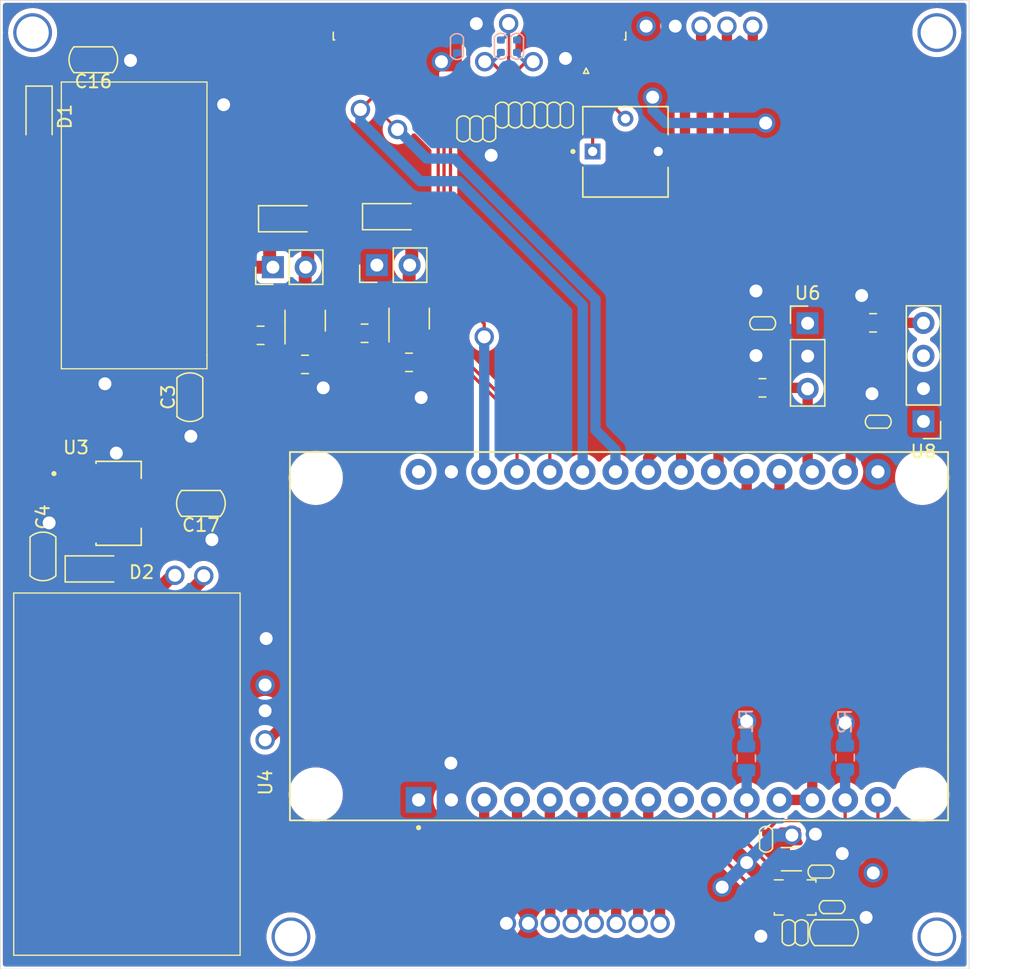
<source format=kicad_pcb>
(kicad_pcb (version 20221018) (generator pcbnew)
  (title_block (title "странный кубик") (date "2023-06-22") (company "НТЦ Вулкан") (comment 1 "Странные игры") (comment 2 "Круглов В.С."))
  (layers (0 "F.Cu" signal) (31 "B.Cu" signal) (34 "B.Paste" user) (35 "F.Paste" user) (36 "B.SilkS" user "B.Silkscreen") (37 "F.SilkS" user "F.Silkscreen") (38 "B.Mask" user) (39 "F.Mask" user) (44 "Edge.Cuts" user))
  (net 0 "")
  (net 1 "Net-(J1-CAP1-)")
  (net 2 "GND")
  (net 3 "Net-(J1-CAP5+)")
  (net 4 "Net-(J1-CAP2-)")
  (net 5 "Net-(J1-CAP2+)")
  (net 6 "Net-(J1-CAP4+)")
  (net 7 "Net-(J1-V3)")
  (net 8 "Net-(J1-V1)")
  (net 9 "Net-(J1-Vout)")
  (net 10 "Net-(J1-CAP3+)")
  (net 11 "+BATT")
  (net 12 "Net-(J1-CAP1+)")
  (net 13 "Net-(J1-V4)")
  (net 14 "Net-(J1-V2)")
  (net 15 "Net-(J1-V0)")
  (net 16 "Net-(J1-VR)")
  (net 18 "+3V3")
  (net 19 "-BATT")
  (net 20 "Net-(D4-A)")
  (net 21 "SDA")
  (net 22 "{slash}cs")
  (net 23 "B1")
  (net 24 "B2")
  (net 25 "BOut1")
  (net 26 "BOut2")
  (net 27 "VDC")
  (net 28 "SCL")
  (net 29 "+12V")
  (net 30 "Bin1")
  (net 31 "MOSI")
  (net 32 "Luminodiodes")
  (net 33 "Net-(Q3-G)")
  (net 34 "A0")
  (net 35 "PhotoSensor")
  (net 36 "Door")
  (net 37 "VibrationMotor")
  (net 38 "INT2")
  (net 39 "INT1")
  (net 47 "Bin2")
  (net 48 "Bin3")
  (net 49 "CLK")
  (net 51 "{slash}res")
  (net 52 "Net-(D3-A)")
  (net 53 "Net-(Q1-G)")
  (net 54 "GasSensor")
  (net 55 "VibrationSensor")
  (net 56 "BOut3")
  (footprint "PCM_Capacitor_SMD_AKL:C_0402_1005Metric" (layer "F.Cu") (at 243.196 83.92 -90)
    (fp_text reference "C22" hide)
    (fp_text value "C_Generic" hide)
  )
  (footprint "PCM_Capacitor_SMD_AKL:C_0402_1005Metric" (layer "F.Cu") (at 247.196 83.92 90)
    (fp_text reference "C15" hide)
    (fp_text value "C_Generic" hide)
  )
  (footprint "Connector_PinHeader_2.54mm:PinHeader_1x03_P2.54mm_Vertical" (layer "F.Cu") (at 266.846 100.04)
    (fp_text reference "U6")
    (fp_text value "vibrating_sensor")
  )
  (footprint "PCM_Capacitor_SMD_AKL:C_0402_1005Metric" (layer "F.Cu") (at 240.196 84.99 -90)
    (fp_text reference "C23" hide)
    (fp_text value "C_Generic" hide)
  )
  (footprint "SnapEDA Library:TRIM_3362P-1-203LF" (layer "F.Cu") (at 252.7405 86.74)
    (fp_text reference "RV1" hide)
    (fp_text value "R_Potentiometer")
  )
  (footprint "Package_TO_SOT_SMD:SOT-23-3" (layer "F.Cu") (at 235.996 99.6775 90)
    (fp_text reference "Q3" hide)
    (fp_text value "Si2302A" hide)
  )
  (footprint "PCM_Capacitor_SMD_AKL:C_0402_1005Metric" (layer "F.Cu") (at 242.196 84.99 -90)
    (fp_text reference "C21" hide)
    (fp_text value "C_Generic" hide)
  )
  (footprint "Connector_PinHeader_2.54mm:PinHeader_1x02_P2.54mm_Vertical" (layer "F.Cu") (at 233.496 95.54 90)
    (fp_text reference "M1" hide)
    (fp_text value "Motor_DC" hide)
  )
  (footprint "Diode_SMD:D_SMF" (layer "F.Cu") (at 226.696 91.95)
    (fp_text reference "D3" hide)
    (fp_text value "S07B-GS08" hide)
  )
  (footprint "Package_LGA:LGA-14_3x2.5mm_P0.5mm_LayoutBorder3x4y" (layer "F.Cu") (at 265.876 144.490266)
    (fp_text reference "U7" hide)
    (fp_text value "LSM6DS3" hide)
  )
  (footprint "PCM_Capacitor_SMD_AKL:C_0805_2012Metric" (layer "F.Cu") (at 268.876 147.220266 180)
    (fp_text reference "C32" hide)
    (fp_text value "C_Generic" hide)
  )
  (footprint "PCM_Capacitor_SMD_AKL:C_0402_1005Metric" (layer "F.Cu") (at 265.376 147.220266 90)
    (fp_text reference "C44" hide)
    (fp_text value "C_Generic" hide)
  )
  (footprint "PCM_Capacitor_SMD_AKL:C_0402_1005Metric" (layer "F.Cu") (at 248.196 83.92 90)
    (fp_text reference "C13" hide)
    (fp_text value "C_Generic" hide)
  )
  (footprint "PCM_Capacitor_SMD_AKL:C_0402_1005Metric" (layer "F.Cu") (at 245.196 83.92 90)
    (fp_text reference "C14" hide)
    (fp_text value "C_Generic" hide)
  )
  (footprint "SnapEDA Library:charge_controller_module_tp4056" (layer "F.Cu") (at 222.1978 121.940003 180)
    (fp_text reference "U1" hide)
    (fp_text value "charge controller")
  )
  (footprint "PCM_Capacitor_SMD_AKL:C_0805_2012Metric" (layer "F.Cu") (at 219.019646 105.762796 90)
    (fp_text reference "C3")
    (fp_text value "C_Generic" hide)
  )
  (footprint "Connector_PinHeader_2.54mm:PinHeader_1x02_P2.54mm_Vertical" (layer "F.Cu") (at 225.446 95.7 90)
    (fp_text reference "L1" hide)
    (fp_text value "L_Iron" hide)
  )
  (footprint "PCM_Capacitor_SMD_AKL:C_0402_1005Metric" (layer "F.Cu") (at 244.196 83.92 90)
    (fp_text reference "C11" hide)
    (fp_text value "C_Generic" hide)
  )
  (footprint "PCM_4ms_Resistor:R_0805_2012Metric" (layer "F.Cu") (at 232.546 100.815 180)
    (fp_text reference "R17" hide)
    (fp_text value "330_0805" hide)
  )
  (footprint "PCM_Capacitor_SMD_AKL:C_0402_1005Metric" (layer "F.Cu") (at 263.366 100.04)
    (fp_text reference "C36" hide)
    (fp_text value "C_Generic" hide)
  )
  (footprint "Diode_SMD:D_SMF" (layer "F.Cu") (at 207.346 84.04 -90)
    (fp_text reference "D1")
    (fp_text value "S07B-GS08")
  )
  (footprint "PCM_Capacitor_SMD_AKL:C_0402_1005Metric" (layer "F.Cu") (at 266.376 147.220266 -90)
    (fp_text reference "C34" hide)
    (fp_text value "C_Generic" hide)
  )
  (footprint "PCM_Capacitor_SMD_AKL:C_0805_2012Metric" (layer "F.Cu") (at 211.546 79.64 180)
    (fp_text reference "C16")
    (fp_text value "C_Generic" hide)
  )
  (footprint "PCM_Capacitor_SMD_AKL:C_0402_1005Metric" (layer "F.Cu") (at 267.876 142.490266 180)
    (fp_text reference "C47" hide)
    (fp_text value "C_Generic" hide)
  )
  (footprint "PCM_Capacitor_SMD_AKL:C_0805_2012Metric" (layer "F.Cu") (at 219.874634 113.986023 180)
    (fp_text reference "C17")
    (fp_text value "C_Generic" hide)
  )
  (footprint "PCM_4ms_Resistor:R_0805_2012Metric" (layer "F.Cu") (at 224.496 100.975 180)
    (fp_text reference "R15" hide)
    (fp_text value "330_0805" hide)
  )
  (footprint "SnapEDA Library:MODULE_ESP32_DEVKIT_V1" (layer "F.Cu") (at 252.241 124.24 90)
    (fp_text reference "U4")
    (fp_text value "ESP32-DEVKIT-V1")
  )
  (footprint "PCM_4ms_Resistor:R_0805_2012Metric" (layer "F.Cu") (at 235.9835 103.065 180)
    (fp_text reference "R18" hide)
    (fp_text value "10k_0805" hide)
  )
  (footprint "Connector_FFC-FPC:TE_3-1734839-4_1x34-1MP_P0.5mm_Horizontal" (layer "F.Cu") (at 241.446 80.142998 180)
    (fp_text reference "J1" hide)
    (fp_text value "Display")
  )
  (footprint "PCM_Capacitor_SMD_AKL:C_0805_2012Metric" (layer "F.Cu") (at 207.646 118.09 -90)
    (fp_text reference "C4")
    (fp_text value "C_Generic" hide)
  )
  (footprint "PCM_Capacitor_SMD_AKL:C_0402_1005Metric" (layer "F.Cu") (at 263.626 139.990266 -90)
    (fp_text reference "C1" hide)
    (fp_text value "C_Generic" hide)
  )
  (footprint "Connector_PinHeader_2.54mm:PinHeader_1x04_P2.54mm_Vertical" (layer "F.Cu") (at 275.811261 107.64 180)
    (fp_text reference "U8")
    (fp_text value "MQ-135 gas sensor")
  )
  (footprint "PCM_4ms_Resistor:R_0805_2012Metric" (layer "F.Cu") (at 263.346 105.04)
    (fp_text reference "R29" hide)
    (fp_text value "10k_0805" hide)
  )
  (footprint "SnapEDA Library:CKCS BS-01 MT-3608 Boost Converter" (layer "F.Cu") (at 209.372946 103.512596)
    (fp_text reference "U2" hide)
    (fp_text value "boost converter" hide)
  )
  (footprint "SnapEDA Library:SOT230P700X180-4N" (layer "F.Cu") (at 213.505 113.98)
    (fp_text reference "U3")
    (fp_text value "LDL1117S33R" hide)
  )
  (footprint "PCM_Capacitor_SMD_AKL:C_0402_1005Metric" (layer "F.Cu") (at 241.196 84.99 -90)
    (fp_text reference "C18" hide)
    (fp_text value "C_Generic" hide)
  )
  (footprint "Diode_SMD:D_SMF" (layer "F.Cu") (at 234.746 91.79)
    (fp_text reference "D4" hide)
    (fp_text value "S07B-GS08" hide)
  )
  (footprint "PCM_4ms_Resistor:R_0805_2012Metric" (layer "F.Cu") (at 227.9335 103.225 180)
    (fp_text reference "R16" hide)
    (fp_text value "10k_0805" hide)
  )
  (footprint "Package_TO_SOT_SMD:SOT-23-3" (layer "F.Cu") (at 227.946 99.8375 90)
    (fp_text reference "Q1" hide)
    (fp_text value "Si2302A" hide)
  )
  (footprint "PCM_4ms_Resistor:R_0805_2012Metric" (layer "F.Cu") (at 271.911261 100.008023)
    (fp_text reference "R36" hide)
    (fp_text value "10k_0805" hide)
  )
  (footprint "PCM_Capacitor_SMD_AKL:C_0402_1005Metric" (layer "F.Cu") (at 268.744023 145.240266 180)
    (fp_text reference "C41" hide)
    (fp_text value "C_Generic" hide)
  )
  (footprint "Diode_SMD:D_SMF" (layer "F.Cu") (at 211.727 119.06)
    (fp_text reference "D2")
    (fp_text value "S07B-GS08" hide)
  )
  (footprint "PCM_Capacitor_SMD_AKL:C_0402_1005Metric" (layer "F.Cu") (at 246.196 83.92 90)
    (fp_text reference "C12" hide)
    (fp_text value "C_Generic" hide)
  )
  (footprint "PCM_Capacitor_SMD_AKL:C_0402_1005Metric" (layer "F.Cu") (at 272.311261 107.66)
    (fp_text reference "C48" hide)
    (fp_text value "C_Generic" hide)
  )
  (footprint "Package_TO_SOT_SMD:SOT-563" (layer "F.Cu") (at 265.462046 141.53006 180)
    (fp_text reference "U5" hide)
    (fp_text value "TMP112xxDRL" hide)
  )
  (footprint "PCM_4ms_Resistor:R_0805_2012Metric" (layer "B.Cu") (at 269.744023 133.662037 90)
    (fp_text reference "R2")
    (fp_text value "10k_0805" hide)
  )
  (footprint "PCM_Capacitor_SMD_AKL:C_0402_1005Metric" (layer "B.Cu") (at 243.096 78.592998 90)
    (fp_text reference "C19" hide)
    (fp_text value "C_Generic" hide)
  )
  (footprint "PCM_Capacitor_SMD_AKL:C_0402_1005Metric" (layer "B.Cu") (at 244.346 78.592998 90)
    (fp_text reference "C20" hide)
    (fp_text value "C_Generic" hide)
  )
  (footprint "PCM_4ms_Resistor:R_0805_2012Metric" (layer "B.Cu") (at 262.094023 133.712037 90)
    (fp_text reference "R1")
    (fp_text value "10k_0805" hide)
  )
  (footprint "PCM_Capacitor_SMD_AKL:C_0402_1005Metric" (layer "B.Cu") (at 239.696 78.622998 -90)
    (fp_text reference "C42" hide)
    (fp_text value "C_Generic" hide)
  )
  (gr_rect (start 204.346 75.04) (end 279.346 150.04) (stroke (width 0.05)) (fill none) (layer "Edge.Cuts"))
  (via (at 276.846 147.54) (size 3) (drill 2.5) (layers "F.Cu" "B.Cu") (net 0))
  (via (at 276.846 77.54) (size 3) (drill 2.5) (layers "F.Cu" "B.Cu") (net 0))
  (via (at 206.846 77.54) (size 3) (drill 2.5) (layers "F.Cu" "B.Cu") (net 0))
  (via (at 226.846 147.54) (size 3) (drill 2.5) (layers "F.Cu" "B.Cu") (net 0))
  (segment (start 243.196 84.4) (end 243.188391 84.4) (width 0.25) (layer "F.Cu") (net 1))
  (segment (start 242.196 83.407609) (end 242.196 81.492998) (width 0.25) (layer "F.Cu") (net 1))
  (segment (start 243.196 84.477609) (end 242.203609 85.47) (width 0.25) (layer "F.Cu") (net 1))
  (segment (start 243.188391 84.4) (end 242.196 83.407609) (width 0.25) (layer "F.Cu") (net 1))
  (segment (start 242.203609 85.47) (end 242.196 85.47) (width 0.25) (layer "F.Cu") (net 1))
  (segment (start 243.196 84.4) (end 243.196 84.477609) (width 0.25) (layer "F.Cu") (net 1))
  (segment (start 242.196 85.47) (end 241.196 85.47) (width 0.25) (layer "F.Cu") (net 1))
  (segment (start 236.921 105.787998) (end 236.921 103.065) (width 1) (layer "F.Cu") (net 2))
  (segment (start 263.226 147.492998) (end 263.433268 147.700266) (width 0.25) (layer "F.Cu") (net 2))
  (segment (start 263.626 139.510266) (end 263.626 139.392998) (width 0.25) (layer "F.Cu") (net 2))
  (segment (start 212.705786 104.724053) (end 214.700969 102.72887) (width 1) (layer "F.Cu") (net 2))
  (segment (start 239.366 110.66786) (end 239.366 109.56) (width 1) (layer "F.Cu") (net 2))
  (segment (start 228.896 102.54) (end 228.896 103.2) (width 1) (layer "F.Cu") (net 2))
  (segment (start 269.523756 145.54) (end 269.323581 145.339825) (width 1) (layer "F.Cu") (net 2))
  (segment (start 266.977726 146.04) (end 269.126 146.04) (width 0.2) (layer "F.Cu") (net 2))
  (segment (start 248.422499 82.367998) (end 248.721 82.367998) (width 0.25) (layer "F.Cu") (net 2))
  (segment (start 262.846 100.02) (end 262.866 100.04) (width 1) (layer "F.Cu") (net 2))
  (segment (start 271.811261 105.507737) (end 271.811261 107.66) (width 1) (layer "F.Cu") (net 2))
  (segment (start 248.196 81.492998) (end 248.196 82.141499) (width 0.25) (layer "F.Cu") (net 2))
  (segment (start 248.721 82.367998) (end 248.696 82.342998) (width 0.25) (layer "F.Cu") (net 2))
  (segment (start 248.696 82.342998) (end 248.696 81.492998) (width 0.25) (layer "F.Cu") (net 2))
  (segment (start 248.196 81.492998) (end 248.196 79.64) (width 0.25) (layer "F.Cu") (net 2))
  (segment (start 236.926 105.792998) (end 236.921 105.787998) (width 1) (layer "F.Cu") (net 2))
  (segment (start 266.376 145.438274) (end 266.977726 146.04) (width 0.2) (layer "F.Cu") (net 2))
  (segment (start 269.126 145.338289) (end 269.224023 145.240266) (width 0.2) (layer "F.Cu") (net 2))
  (segment (start 236.926 107.12) (end 236.926 105.792998) (width 1) (layer "F.Cu") (net 2))
  (segment (start 239.366 109.56) (end 236.926 107.12) (width 1) (layer "F.Cu") (net 2))
  (segment (start 262.846 97.54) (end 262.846 100.02) (width 1) (layer "F.Cu") (net 2))
  (segment (start 221.6285 83.115446) (end 221.6335 83.120446) (width 1) (layer "F.Cu") (net 2))
  (segment (start 263.433268 147.700266) (end 265.376 147.700266) (width 0.25) (layer "F.Cu") (net 2))
  (segment (start 262.346 103.04) (end 262.346 104.249502) (width 1) (layer "F.Cu") (net 2))
  (segment (start 220.846 116.672998) (end 220.726 116.792998) (width 1) (layer "F.Cu") (net 2))
  (segment (start 228.871 103.225) (end 228.871 102.565) (width 1) (layer "F.Cu") (net 2))
  (segment (start 239.226 134.092998) (end 239.226 136.75857) (width 1) (layer "F.Cu") (net 2))
  (segment (start 269.126 146.04) (end 269.126 146.520266) (width 0.2) (layer "F.Cu") (net 2))
  (segment (start 242.346 87.04) (end 241.766 87.04) (width 0.2) (layer "F.Cu") (net 2))
  (segment (start 212.446 104.724053) (end 212.705786 104.724053) (width 1) (layer "F.Cu") (net 2))
  (segment (start 228.871 102.565) (end 228.896 102.54) (width 1) (layer "F.Cu") (net 2))
  (segment (start 266.393002 138.54) (end 267.446 139.592998) (width 0.25) (layer "F.Cu") (net 2))
  (segment (start 212.548998 79.692998) (end 212.496 79.64) (width 1) (layer "F.Cu") (net 2))
  (segment (start 271.826 105.492998) (end 271.811261 105.507737) (width 1) (layer "F.Cu") (net 2))
  (segment (start 221.964325 124.482407) (end 224.893325 124.482407) (width 1) (layer "F.Cu") (net 2))
  (segment (start 208.126 115.492998) (end 207.646 115.972998) (width 1) (layer "F.Cu") (net 2))
  (segment (start 248.196 79.64) (end 248.096 79.54) (width 0.25) (layer "F.Cu") (net 2))
  (segment (start 236.946 100.815) (end 236.946 103.04) (width 1) (layer "F.Cu") (net 2))
  (segment (start 269.126 146.04) (end 269.126 145.338289) (width 0.2) (layer "F.Cu") (net 2))
  (segment (start 262.846 102.54) (end 262.346 103.04) (width 1) (layer "F.Cu") (net 2))
  (segment (start 269.526 141.092998) (end 268.356 142.262998) (width 0.25) (layer "F.Cu") (net 2))
  (segment (start 236.946 103.04) (end 236.921 103.065) (width 1) (layer "F.Cu") (net 2))
  (segment (start 240.196 80.648303) (end 240.196 81.492998) (width 0.25) (layer "F.Cu") (net 2))
  (segment (start 271.373002 146.04) (end 270.192736 147.220266) (width 1) (layer "F.Cu") (net 2))
  (segment (start 241.766 87.04) (end 240.196 85.47) (width 0.2) (layer "F.Cu") (net 2))
  (segment (start 266.376 145.402766) (end 266.376 145.438274) (width 0.2) (layer "F.Cu") (net 2))
  (segment (start 267.446 139.592998) (end 267.446 140.865066) (width 0.2) (layer "F.Cu") (net 2))
  (segment (start 265.876 145.402766) (end 266.376 145.402766) (width 0.2) (layer "F.Cu") (net 2))
  (segment (start 271.373002 146.04) (end 270.873002 145.54) (width 1) (layer "F.Cu") (net 2))
  (segment (start 268.356 142.262998) (end 268.356 142.490266) (width 0.25) (layer "F.Cu") (net 2))
  (segment (start 229.346 105.04) (end 229.346 103.7) (width 1) (layer "F.Cu") (net 2))
  (segment (start 240.596 80.248303) (end 240.196 80.648303) (width 0.25) (layer "F.Cu") (net 2))
  (segment (start 264.478998 138.54) (end 266.393002 138.54) (width 0.25) (layer "F.Cu") (net 2))
  (segment (start 212.077002 110.092998) (end 210.49 111.68) (width 1) (layer "F.Cu") (net 2))
  (segment (start 248.196 81.492998) (end 248.696 81.492998) (width 0.25) (layer "F.Cu") (net 2))
  (segment (start 249.621 82.367998) (end 248.721 82.367998) (width 0.25) (layer "F.Cu") (net 2))
  (segment (start 266.781006 141.53006) (end 266.212046 141.53006) (width 0.2) (layer "F.Cu") (net 2))
  (segment (start 267.446 140.865066) (end 266.781006 141.53006) (width 0.2) (layer "F.Cu") (net 2))
  (segment (start 248.696 81.492998) (end 248.696 80.14) (width 0.25) (layer "F.Cu") (net 2))
  (segment (start 219.896 83.115446) (end 221.6285 83.115446) (width 1) (layer "F.Cu") (net 2))
  (segment (start 240.596 77.442998) (end 240.596 80.248303) (width 0.25) (layer "F.Cu") (net 2))
  (segment (start 220.846 114.24625) (end 220.846 116.672998) (width 1) (layer "F.Cu") (net 2))
  (segment (start 207.646 115.972998) (end 207.646 117.14) (width 1) (layer "F.Cu") (net 2))
  (segment (start 249.696 82.292998) (end 249.621 82.367998) (width 0.25) (layer "F.Cu") (net 2))
  (segment (start 219.019646 108.713646) (end 219.019646 106.712796) (width 1) (layer "F.Cu") (net 2))
  (segment (start 228.896 103.2) (end 228.871 103.225) (width 1) (layer "F.Cu") (net 2))
  (segment (start 270.873002 145.54) (end 269.523756 145.54) (width 1) (layer "F.Cu") (net 2))
  (segment (start 248.696 80.14) (end 248.096 79.54) (width 0.25) (layer "F.Cu") (net 2))
  (segment (start 228.896 100.975) (end 228.896 102.54) (width 1) (layer "F.Cu") (net 2))
  (segment (start 263.433268 147.700266) (end 266.376 147.700266) (width 0.25) (layer "F.Cu") (net 2))
  (segment (start 214.426 79.692998) (end 212.548998 79.692998) (width 1) (layer "F.Cu") (net 2))
  (segment (start 229.346 103.7) (end 228.871 103.225) (width 1) (layer "F.Cu") (net 2))
  (segment (start 270.192736 147.220266) (end 269.826 147.220266) (width 1) (layer "F.Cu") (net 2))
  (segment (start 263.626 139.392998) (end 264.478998 138.54) (width 0.25) (layer "F.Cu") (net 2))
  (segment (start 271.026 97.892998) (end 270.973761 97.945237) (width 1) (layer "F.Cu") (net 2))
  (segment (start 270.973761 97.945237) (end 270.973761 100.008023) (width 1) (layer "F.Cu") (net 2))
  (segment (start 213.326 110.092998) (end 212.077002 110.092998) (width 1) (layer "F.Cu") (net 2))
  (segment (start 248.196 82.141499) (end 248.422499 82.367998) (width 0.25) (layer "F.Cu") (net 2))
  (segment (start 219.096 108.79) (end 219.019646 108.713646) (width 1) (layer "F.Cu") (net 2))
  (segment (start 249.696 81.492998) (end 249.696 82.292998) (width 0.25) (layer "F.Cu") (net 2))
  (segment (start 241.196 76.842998) (end 240.596 77.442998) (width 0.25) (layer "F.Cu") (net 2))
  (segment (start 269.126 146.520266) (end 269.826 147.220266) (width 0.2) (layer "F.Cu") (net 2))
  (via (at 269.526 141.092998) (size 1.5) (drill 1) (layers "F.Cu" "B.Cu") (net 2))
  (via (at 271.826 105.492998) (size 1.5) (drill 1) (layers "F.Cu" "B.Cu") (net 2))
  (via (at 220.726 116.792998) (size 1.5) (drill 1) (layers "F.Cu" "B.Cu") (net 2))
  (via (at 262.846 102.54) (size 1.5) (drill 1) (layers "F.Cu" "B.Cu") (net 2))
  (via (at 208.126 115.492998) (size 1.5) (drill 1) (layers "F.Cu" "B.Cu") (net 2))
  (via (at 271.373002 146.04) (size 1.5) (drill 1) (layers "F.Cu" "B.Cu") (net 2))
  (via (at 256.597491 77.04) (size 1.5) (drill 1) (layers "F.Cu" "B.Cu") (net 2))
  (via (at 248.096 79.54) (size 1.5) (drill 1) (layers "F.Cu" "B.Cu") (net 2))
  (via (at 242.346 87.04) (size 1.5) (drill 1) (layers "F.Cu" "B.Cu") (net 2))
  (via (at 219.096 108.79) (size 1.5) (drill 1) (layers "F.Cu" "B.Cu") (net 2))
  (via (at 224.846 130.04) (size 1.5) (drill 1) (layers "F.Cu" "B.Cu") (net 2))
  (via (at 241.196 76.842998) (size 1.5) (drill 1) (layers "F.Cu" "B.Cu") (net 2))
  (via (at 214.426 79.692998) (size 1.5) (drill 1) (layers "F.Cu" "B.Cu") (net 2))
  (via (at 236.926 105.792998) (size 1.5) (drill 1) (layers "F.Cu" "B.Cu") (net 2))
  (via (at 262.846 97.54) (size 1.5) (drill 1) (layers "F.Cu" "B.Cu") (net 2))
  (via (at 229.346 105.04) (size 1.5) (drill 1) (layers "F.Cu" "B.Cu") (net 2))
  (via (at 267.446 139.592998) (size 1.5) (drill 1) (layers "F.Cu" "B.Cu") (net 2))
  (via (at 224.928525 124.447207) (size 1.5) (drill 1) (layers "F.Cu" "B.Cu") (net 2))
  (via (at 239.226 134.092998) (size 1.5) (drill 1) (layers "F.Cu" "B.Cu") (net 2))
  (via (at 271.026 97.892998) (size 1.5) (drill 1) (layers "F.Cu" "B.Cu") (net 2))
  (via (at 263.226 147.492998) (size 1.5) (drill 1) (layers "F.Cu" "B.Cu") (net 2))
  (via (at 221.6335 83.120446) (size 1.5) (drill 1) (layers "F.Cu" "B.Cu") (net 2))
  (via (at 243.526 146.492998) (size 1.5) (drill 1) (layers "F.Cu" "B.Cu") (net 2))
  (via (at 212.446 104.724053) (size 1.5) (drill 1) (layers "F.Cu" "B.Cu") (net 2))
  (via (at 213.326 110.092998) (size 1.5) (drill 1) (layers "F.Cu" "B.Cu") (net 2))
  (segment (start 239.696 78.142998) (end 239.896 78.142998) (width 0.2) (layer "B.Cu") (net 2))
  (segment (start 239.896 78.142998) (end 241.196 76.842998) (width 0.2) (layer "B.Cu") (net 2))
  (segment (start 241.196 84.262998) (end 241.196 81.492998) (width 0.25) (layer "F.Cu") (net 3))
  (segment (start 243.696 76.842998) (end 243.696 81.492998) (width 0.25) (layer "F.Cu") (net 4))
  (via (at 243.696 76.842998) (size 1.5) (drill 1) (layers "F.Cu" "B.Cu") (net 4))
  (segment (start 243.696 77.612998) (end 243.196 78.112998) (width 0.25) (layer "B.Cu") (net 4))
  (segment (start 243.696 76.842998) (end 243.696 77.612998) (width 0.25) (layer "B.Cu") (net 4))
  (segment (start 241.846 79.79) (end 242.343002 79.79) (width 0.25) (layer "F.Cu") (net 5))
  (segment (start 242.343002 79.79) (end 243.196 80.642998) (width 0.25) (layer "F.Cu") (net 5))
  (segment (start 243.196 80.642998) (end 243.196 81.492998) (width 0.25) (layer "F.Cu") (net 5))
  (via (at 241.846 79.79) (size 1.5) (drill 1) (layers "F.Cu" "B.Cu") (net 5))
  (segment (start 242.478998 79.79) (end 243.196 79.072998) (width 0.25) (layer "B.Cu") (net 5))
  (segment (start 241.846 79.79) (end 242.478998 79.79) (width 0.25) (layer "B.Cu") (net 5))
  (segment (start 244.196 80.642998) (end 244.196 81.492998) (width 0.25) (layer "F.Cu") (net 6))
  (segment (start 245.596 79.79) (end 245.048998 79.79) (width 0.25) (layer "F.Cu") (net 6))
  (segment (start 245.048998 79.79) (end 244.196 80.642998) (width 0.25) (layer "F.Cu") (net 6))
  (via (at 245.596 79.79) (size 1.5) (drill 1) (layers "F.Cu" "B.Cu") (net 6))
  (segment (start 245.596 79.79) (end 244.913002 79.79) (width 0.25) (layer "B.Cu") (net 6))
  (segment (start 244.913002 79.79) (end 244.196 79.072998) (width 0.25) (layer "B.Cu") (net 6))
  (segment (start 245.696 82.692998) (end 245.696 81.492998) (width 0.25) (layer "F.Cu") (net 7))
  (segment (start 245.196 83.192998) (end 245.696 82.692998) (width 0.25) (layer "F.Cu") (net 7))
  (segment (start 247.196 83.192998) (end 246.696 82.692998) (width 0.2) (layer "F.Cu") (net 8))
  (segment (start 246.696 82.692998) (end 246.696 81.492998) (width 0.2) (layer "F.Cu") (net 8))
  (segment (start 240.196 84.04) (end 240.696 83.54) (width 0.25) (layer "F.Cu") (net 9))
  (segment (start 240.696 83.54) (end 240.696 81.492998) (width 0.25) (layer "F.Cu") (net 9))
  (segment (start 240.196 84.51) (end 240.196 84.04) (width 0.25) (layer "F.Cu") (net 9))
  (segment (start 241.696 83.544005) (end 241.696 81.492998) (width 0.25) (layer "F.Cu") (net 10))
  (segment (start 242.196 84.044005) (end 241.696 83.544005) (width 0.25) (layer "F.Cu") (net 10))
  (segment (start 242.196 84.51) (end 242.196 84.044005) (width 0.25) (layer "F.Cu") (net 10))
  (segment (start 212.3608 124.8752) (end 211.162997 124.8752) (width 1) (layer "F.Cu") (net 11))
  (segment (start 217.683084 119.552916) (end 212.3608 124.8752) (width 1) (layer "F.Cu") (net 11))
  (segment (start 217.858916 119.552916) (end 217.683084 119.552916) (width 1) (layer "F.Cu") (net 11))
  (segment (start 211.162997 124.8752) (end 210.7678 124.480003) (width 1) (layer "F.Cu") (net 11))
  (via (at 217.858916 119.552916) (size 1.5) (drill 1) (layers "F.Cu" "B.Cu") (net 11))
  (segment (start 242.696 82.692998) (end 242.696 81.492998) (width 0.25) (layer "F.Cu") (net 12))
  (segment (start 243.196 83.192998) (end 242.696 82.692998) (width 0.25) (layer "F.Cu") (net 12))
  (segment (start 245.196 82.192998) (end 245.196 81.492998) (width 0.25) (layer "F.Cu") (net 13))
  (segment (start 244.196 83.192998) (end 245.196 82.192998) (width 0.25) (layer "F.Cu") (net 13))
  (segment (start 246.196 81.492998) (end 246.196 83.162998) (width 0.2) (layer "F.Cu") (net 14))
  (segment (start 248.203609 83.44) (end 250.2005 85.436891) (width 0.25) (layer "F.Cu") (net 15))
  (segment (start 247.196 82.4555) (end 247.196 81.492998) (width 0.25) (layer "F.Cu") (net 15))
  (segment (start 248.196 83.44) (end 248.203609 83.44) (width 0.25) (layer "F.Cu") (net 15))
  (segment (start 248.196 83.44) (end 248.1805 83.44) (width 0.25) (layer "F.Cu") (net 15))
  (segment (start 250.2005 85.436891) (end 250.2005 86.74) (width 0.25) (layer "F.Cu") (net 15))
  (segment (start 248.1805 83.44) (end 247.196 82.4555) (width 0.25) (layer "F.Cu") (net 15))
  (segment (start 247.696 82.292998) (end 248.238002 82.835) (width 0.25) (layer "F.Cu") (net 16))
  (segment (start 251.3755 82.835) (end 252.7405 84.2) (width 0.25) (layer "F.Cu") (net 16))
  (segment (start 247.696 81.492998) (end 247.696 82.292998) (width 0.25) (layer "F.Cu") (net 16))
  (segment (start 248.238002 82.835) (end 251.3755 82.835) (width 0.25) (layer "F.Cu") (net 16))
  (segment (start 263.359501 143.026499) (end 262.126 141.792998) (width 0.2) (layer "F.Cu") (net 18))
  (segment (start 268.264023 145.240266) (end 267.0385 145.240266) (width 0.25) (layer "F.Cu") (net 18))
  (segment (start 267.396 142.490266) (end 267.392637 142.490266) (width 0.25) (layer "F.Cu") (net 18))
  (segment (start 249.196 81.492998) (end 249.196 78.662998) (width 0.2) (layer "F.Cu") (net 18))
  (segment (start 263.626 141.114014) (end 264.042046 141.53006) (width 0.25) (layer "F.Cu") (net 18))
  (segment (start 266.376 146.740266) (end 265.376 146.740266) (width 0.25) (layer "F.Cu") (net 18))
  (segment (start 268.264023 145.240266) (end 268.264023 145.232657) (width 0.25) (layer "F.Cu") (net 18))
  (segment (start 216.617 113.98) (end 210.675 113.98) (width 1) (layer "F.Cu") (net 18))
  (segment (start 213.185 119.068) (end 213.177 119.06) (width 1) (layer "F.Cu") (net 18))
  (segment (start 244.196 84.4) (end 248.196 84.4) (width 0.2) (layer "F.Cu") (net 18))
  (segment (start 266.074008 144.240266) (end 266.376 143.938274) (width 0.2) (layer "F.Cu") (net 18))
  (segment (start 275.811261 107.64) (end 273.161261 107.64) (width 1) (layer "F.Cu") (net 18))
  (segment (start 216.617 115.62) (end 216.617 113.98) (width 1) (layer "F.Cu") (net 18))
  (segment (start 264.712046 141.03006) (end 264.712046 141.53006) (width 0.2) (layer "F.Cu") (net 18))
  (segment (start 264.573268 144.240266) (end 263.359501 143.026499) (width 0.2) (layer "F.Cu") (net 18))
  (segment (start 233.246 91.84) (end 233.296 91.79) (width 1) (layer "F.Cu") (net 18))
  (segment (start 250.818998 77.04) (end 254.346 77.04) (width 0.2) (layer "F.Cu") (net 18))
  (segment (start 239.696 80.642998) (end 238.846 79.792998) (width 0.25) (layer "F.Cu") (net 18))
  (segment (start 264.073268 143.740266) (end 263.359501 143.026499) (width 0.2) (layer "F.Cu") (net 18))
  (segment (start 264.042046 141.53006) (end 264.712046 141.53006) (width 0.25) (layer "F.Cu") (net 18))
  (segment (start 238.846 79.792998) (end 238.496 79.792998) (width 0.25) (layer "F.Cu") (net 18))
  (segment (start 268.264023 145.232657) (end 270.903682 142.592998) (width 0.25) (layer "F.Cu") (net 18))
  (segment (start 238.196 80.092998) (end 238.196 81.492998) (width 0.25) (layer "F.Cu") (net 18))
  (segment (start 266.376 146.740266) (end 267.446 146.740266) (width 0.25) (layer "F.Cu") (net 18))
  (segment (start 263.626 140.470266) (end 263.626 141.114014) (width 0.25) (layer "F.Cu") (net 18))
  (segment (start 266.846 100.04) (end 264.066 100.04) (width 1) (layer "F.Cu") (net 18))
  (segment (start 249.196 78.662998) (end 250.818998 77.04) (width 0.2) (layer "F.Cu") (net 18))
  (segment (start 265.376 146.740266) (end 265.376 145.402766) (width 0.25) (layer "F.Cu") (net 18))
  (segment (start 264.7135 144.240266) (end 264.573268 144.240266) (width 0.2) (layer "F.Cu") (net 18))
  (segment (start 216.526023 113.986023) (end 216.52 113.98) (width 1) (layer "F.Cu") (net 18))
  (segment (start 265.626 139.667498) (end 264.712046 140.581452) (width 0.2) (layer "F.Cu") (net 18))
  (segment (start 270.903682 142.592998) (end 271.926 142.592998) (width 0.25) (layer "F.Cu") (net 18))
  (segment (start 238.496 79.792998) (end 238.196 80.092998) (width 0.25) (layer "F.Cu") (net 18))
  (segment (start 264.7135 143.740266) (end 264.073268 143.740266) (width 0.2) (layer "F.Cu") (net 18))
  (segment (start 266.376 143.506903) (end 266.376 143.577766) (width 0.25) (layer "F.Cu") (net 18))
  (segment (start 234.696 81.492998) (end 238.196 81.492998) (width 0.2) (layer "F.Cu") (net 18))
  (segment (start 218.924634 113.986023) (end 216.526023 113.986023) (width 1) (layer "F.Cu") (net 18))
  (segment (start 267.446 146.740266) (end 267.926 147.220266) (width 0.25) (layer "F.Cu") (net 18))
  (segment (start 213.177 119.06) (end 216.617 115.62) (width 1) (layer "F.Cu") (net 18))
  (segment (start 233.246 95.29) (end 233.246 91.84) (width 1) (layer "F.Cu") (net 18))
  (segment (start 264.7135 144.240266) (end 266.074008 144.240266) (width 0.2) (layer "F.Cu") (net 18))
  (segment (start 266.376 143.938274) (end 266.376 143.577766) (width 0.2) (layer "F.Cu") (net 18))
  (segment (start 264.712046 140.581452) (end 264.712046 141.03006) (width 0.2) (layer "F.Cu") (net 18))
  (segment (start 267.392637 142.490266) (end 266.376 143.506903) (width 0.25) (layer "F.Cu") (net 18))
  (segment (start 233.496 95.54) (end 233.246 95.29) (width 1) (layer "F.Cu") (net 18))
  (segment (start 239.696 81.492998) (end 239.696 80.642998) (width 0.25) (layer "F.Cu") (net 18))
  (via (at 224.846 128.04) (size 1.5) (drill 1) (layers "F.Cu" "B.Cu") (net 18))
  (via (at 254.346 77.04) (size 1.5) (drill 1) (layers "F.Cu" "B.Cu") (net 18))
  (via (at 254.846 82.54) (size 1.5) (drill 1) (layers "F.Cu" "B.Cu") (net 18))
  (via (at 269.744023 130.970266) (size 1.5) (drill 1) (layers "F.Cu" "B.Cu") (net 18))
  (via (at 262.124023 130.84313) (size 1.5) (drill 1) (layers "F.Cu" "B.Cu") (net 18))
  (via (at 265.626 139.667498) (size 1.5) (drill 1) (layers "F.Cu" "B.Cu") (net 18))
  (via (at 262.126 141.792998) (size 1.5) (drill 1) (layers "F.Cu" "B.Cu") (net 18))
  (via (at 263.596 84.54) (size 1.5) (drill 1) (layers "F.Cu" "B.Cu") (net 18))
  (via (at 238.496 79.792998) (size 1.5) (drill 1) (layers "F.Cu" "B.Cu") (net 18))
  (via (at 271.926 142.592998) (size 1.5) (drill 1) (layers "F.Cu" "B.Cu") (net 18))
  (via (at 260.226 143.692998) (size 1.5) (drill 1) (layers "F.Cu" "B.Cu") (net 18))
  (via (at 245.225502 146.492998) (size 1.5) (drill 1) (layers "F.Cu" "B.Cu") (net 18))
  (segment (start 239.126 79.792998) (end 239.696 79.222998) (width 0.25) (layer "B.Cu") (net 18))
  (segment (start 254.846 83.54) (end 254.846 82.54) (width 0.8) (layer "B.Cu") (net 18))
  (segment (start 255.846 84.54) (end 254.846 83.54) (width 0.8) (layer "B.Cu") (net 18))
  (segment (start 264.2515 139.667498) (end 260.226 143.692998) (width 1) (layer "B.Cu") (net 18))
  (segment (start 262.124023 130.84313) (end 262.124023 132.597401) (width 1) (layer "B.Cu") (net 18))
  (segment (start 238.496 79.792998) (end 239.126 79.792998) (width 0.25) (layer "B.Cu") (net 18))
  (segment (start 265.626 139.667498) (end 264.2515 139.667498) (width 1) (layer "B.Cu") (net 18))
  (segment (start 263.596 84.54) (end 255.846 84.54) (width 0.8) (layer "B.Cu") (net 18))
  (segment (start 239.696 79.222998) (end 239.696 79.102998) (width 0.25) (layer "B.Cu") (net 18))
  (segment (start 269.744023 130.970266) (end 269.744023 132.724537) (width 1) (layer "B.Cu") (net 18))
  (segment (start 220.096 119.79) (end 217.6258 122.2602) (width 1) (layer "F.Cu") (net 19))
  (segment (start 220.096 119.59) (end 220.096 119.79) (width 1) (layer "F.Cu") (net 19))
  (segment (start 217.6258 122.2602) (end 217.6258 124.480003) (width 1) (layer "F.Cu") (net 19))
  (via (at 220.096 119.59) (size 1.5) (drill 1) (layers "F.Cu" "B.Cu") (net 19))
  (segment (start 235.996 95.58) (end 236.036 95.54) (width 1) (layer "F.Cu") (net 20))
  (segment (start 236.196 91.79) (end 236.196 95.38) (width 1) (layer "F.Cu") (net 20))
  (segment (start 235.996 98.54) (end 235.996 95.58) (width 1) (layer "F.Cu") (net 20))
  (segment (start 236.196 95.38) (end 236.036 95.54) (width 1) (layer "F.Cu") (net 20))
  (segment (start 263.90565 142.03006) (end 262.129023 140.253433) (width 0.25) (layer "F.Cu") (net 21))
  (segment (start 264.712046 142.03006) (end 265.376 142.694014) (width 0.25) (layer "F.Cu") (net 21))
  (segment (start 265.376 142.694014) (end 265.376 143.577766) (width 0.25) (layer "F.Cu") (net 21))
  (segment (start 264.712046 142.03006) (end 263.90565 142.03006) (width 0.25) (layer "F.Cu") (net 21))
  (segment (start 262.129023 140.253433) (end 262.129023 137.022083) (width 0.25) (layer "F.Cu") (net 21))
  (segment (start 262.126 134.681514) (end 262.094023 134.649537) (width 0.8) (layer "B.Cu") (net 21))
  (segment (start 262.126 136.94) (end 262.126 134.681514) (width 0.8) (layer "B.Cu") (net 21))
  (segment (start 233.196 82.522998) (end 233.196 81.492998) (width 0.25) (layer "F.Cu") (net 22))
  (segment (start 232.226 83.492998) (end 233.196 82.522998) (width 0.25) (layer "F.Cu") (net 22))
  (via (at 232.226 83.492998) (size 1.5) (drill 1) (layers "F.Cu" "B.Cu") (net 22))
  (segment (start 236.846 89.04) (end 239.846 89.04) (width 0.8) (layer "B.Cu") (net 22))
  (segment (start 249.426 98.62) (end 249.426 111.54) (width 0.8) (layer "B.Cu") (net 22))
  (segment (start 232.226 84.42) (end 236.846 89.04) (width 0.8) (layer "B.Cu") (net 22))
  (segment (start 232.226 83.492998) (end 232.226 84.42) (width 0.8) (layer "B.Cu") (net 22))
  (segment (start 239.846 89.04) (end 249.426 98.62) (width 0.8) (layer "B.Cu") (net 22))
  (segment (start 260.596497 77.04) (end 260.596 77.040497) (width 0.8) (layer "F.Cu") (net 23))
  (segment (start 257.046 109.765306) (end 257.046 111.54) (width 0.8) (layer "F.Cu") (net 23))
  (segment (start 258.646 108.165306) (end 257.046 109.765306) (width 0.8) (layer "F.Cu") (net 23))
  (segment (start 260.596 77.040497) (end 260.596 79.701522) (width 0.8) (layer "F.Cu") (net 23))
  (segment (start 260.596 79.701522) (end 258.646 81.651522) (width 0.8) (layer "F.Cu") (net 23))
  (segment (start 258.646 81.651522) (end 258.646 108.165306) (width 0.8) (layer "F.Cu") (net 23))
  (via (at 260.596497 77.04) (size 1.5) (drill 1) (layers "F.Cu" "B.Cu") (net 23))
  (segment (start 259.946 111.18) (end 259.586 111.54) (width 0.8) (layer "F.Cu") (net 24))
  (segment (start 262.596 80.29) (end 259.946 82.94) (width 0.8) (layer "F.Cu") (net 24))
  (segment (start 262.596 77.04) (end 262.596 80.29) (width 0.8) (layer "F.Cu") (net 24))
  (segment (start 259.946 82.94) (end 259.946 111.18) (width 0.8) (layer "F.Cu") (net 24))
  (via (at 262.596 77.04) (size 1.5) (drill 1) (layers "F.Cu" "B.Cu") (net 24))
  (segment (start 246.928982 146.489021) (end 246.925005 146.492998) (width 0.25) (layer "F.Cu") (net 25))
  (segment (start 246.925005 143.619005) (end 241.806 138.5) (width 0.8) (layer "F.Cu") (net 25))
  (segment (start 246.925005 146.492998) (end 246.925005 143.619005) (width 0.8) (layer "F.Cu") (net 25))
  (segment (start 241.806 138.5) (end 241.806 136.94) (width 0.8) (layer "F.Cu") (net 25))
  (via (at 246.925005 146.492998) (size 1.5) (drill 1) (layers "F.Cu" "B.Cu") (net 25))
  (segment (start 244.346 139.201522) (end 248.624508 143.48003) (width 0.8) (layer "F.Cu") (net 26))
  (segment (start 248.624508 143.48003) (end 248.624508 146.492998) (width 0.8) (layer "F.Cu") (net 26))
  (segment (start 244.346 136.94) (end 244.346 139.201522) (width 0.8) (layer "F.Cu") (net 26))
  (via (at 248.624508 146.492998) (size 1.5) (drill 1) (layers "F.Cu" "B.Cu") (net 26))
  (segment (start 219.024946 101.734596) (end 219.024946 94.718946) (width 1) (layer "F.Cu") (net 27))
  (segment (start 215.510039 107.54) (end 210.446 107.54) (width 1) (layer "F.Cu") (net 27))
  (segment (start 209.895593 85.589593) (end 207.445593 85.589593) (width 1) (layer "F.Cu") (net 27))
  (segment (start 210.277 119.06) (end 210.277 116.678) (width 1) (layer "F.Cu") (net 27))
  (segment (start 207.2118 121.092998) (end 207.2118 119.4742) (width 1) (layer "F.Cu") (net 27))
  (segment (start 219.019646 101.739896) (end 219.024946 101.734596) (width 1) (layer "F.Cu") (net 27))
  (segment (start 207.2118 119.922802) (end 207.2118 121.092998) (width 1) (layer "F.Cu") (net 27))
  (segment (start 206.176 118.887002) (end 206.328998 119.04) (width 1) (layer "F.Cu") (net 27))
  (segment (start 207.666 119.06) (end 210.277 119.06) (width 1) (layer "F.Cu") (net 27))
  (segment (start 206.176 111.81) (end 206.176 118.887002) (width 1) (layer "F.Cu") (net 27))
  (segment (start 207.2118 119.4742) (end 207.646 119.04) (width 1) (layer "F.Cu") (net 27))
  (segment (start 210.277 116.678) (end 210.587 116.368) (width 0.35) (layer "F.Cu") (net 27))
  (segment (start 207.346 85.49) (end 207.396 85.44) (width 1) (layer "F.Cu") (net 27))
  (segment (start 219.024946 94.718946) (end 209.895593 85.589593) (width 1) (layer "F.Cu") (net 27))
  (segment (start 206.328998 119.04) (end 207.2118 119.922802) (width 1) (layer "F.Cu") (net 27))
  (segment (start 207.646 119.04) (end 207.666 119.06) (width 1) (layer "F.Cu") (net 27))
  (segment (start 207.646 119.04) (end 206.328998 119.04) (width 1) (layer "F.Cu") (net 27))
  (segment (start 207.445593 85.589593) (end 207.346 85.49) (width 1) (layer "F.Cu") (net 27))
  (segment (start 219.024946 101.734596) (end 219.024946 104.025093) (width 1) (layer "F.Cu") (net 27))
  (segment (start 219.024946 104.025093) (end 215.510039 107.54) (width 1) (layer "F.Cu") (net 27))
  (segment (start 207.2118 121.092998) (end 207.2118 124.480003) (width 1) (layer "F.Cu") (net 27))
  (segment (start 219.019646 104.812796) (end 219.019646 101.739896) (width 1) (layer "F.Cu") (net 27))
  (segment (start 210.446 107.54) (end 206.176 111.81) (width 1) (layer "F.Cu") (net 27))
  (segment (start 265.876 142.366106) (end 265.876 143.577766) (width 0.25) (layer "F.Cu") (net 28))
  (segment (start 266.212046 142.03006) (end 265.876 142.366106) (width 0.25) (layer "F.Cu") (net 28))
  (segment (start 269.749023 139.163083) (end 269.749023 137.022083) (width 0.25) (layer "F.Cu") (net 28))
  (segment (start 266.882046 142.03006) (end 269.749023 139.163083) (width 0.25) (layer "F.Cu") (net 28))
  (segment (start 266.212046 142.03006) (end 266.882046 142.03006) (width 0.25) (layer "F.Cu") (net 28))
  (segment (start 269.744023 134.599537) (end 269.744023 136.938023) (width 0.8) (layer "B.Cu") (net 28))
  (segment (start 269.744023 136.938023) (end 269.746 136.94) (width 0.8) (layer "B.Cu") (net 28))
  (segment (start 207.719646 82.54) (end 209.99035 82.54) (width 1) (layer "F.Cu") (net 29))
  (segment (start 225.446 95.7) (end 225.196 95.45) (width 1) (layer "F.Cu") (net 29))
  (segment (start 225.196 95.45) (end 225.196 92) (width 1) (layer "F.Cu") (net 29))
  (segment (start 210.619646 79.462796) (end 210.619646 83.169296) (width 1) (layer "F.Cu") (net 29))
  (segment (start 210.619646 83.169296) (end 210.642946 83.192596) (width 1) (layer "F.Cu") (net 29))
  (segment (start 210.642946 83.836946) (end 210.642946 83.192596) (width 1) (layer "F.Cu") (net 29))
  (segment (start 222.506 95.7) (end 210.642946 83.836946) (width 1) (layer "F.Cu") (net 29))
  (segment (start 209.99035 82.54) (end 210.642946 83.192596) (width 1) (layer "F.Cu") (net 29))
  (segment (start 225.196 92) (end 225.246 91.95) (width 1) (layer "F.Cu") (net 29))
  (segment (start 225.446 95.7) (end 222.506 95.7) (width 1) (layer "F.Cu") (net 29))
  (segment (start 255.42252 142.92413) (end 255.42252 146.492998) (width 0.8) (layer "F.Cu") (net 30))
  (segment (start 254.506 142.00761) (end 255.42252 142.92413) (width 0.8) (layer "F.Cu") (net 30))
  (segment (start 254.506 136.94) (end 254.506 142.00761) (width 0.8) (layer "F.Cu") (net 30))
  (via (at 255.42252 146.492998) (size 1.5) (drill 1) (layers "F.Cu" "B.Cu") (net 30))
  (segment (start 241.806 100.072998) (end 239.196 97.462998) (width 0.25) (layer "F.Cu") (net 31))
  (segment (start 239.196 97.462998) (end 239.196 81.492998) (width 0.25) (layer "F.Cu") (net 31))
  (segment (start 241.806 101.092998) (end 241.806 100.072998) (width 0.25) (layer "F.Cu") (net 31))
  (via (at 241.806 101.092998) (size 1.5) (drill 1) (layers "F.Cu" "B.Cu") (net 31))
  (segment (start 241.806 111.54) (end 241.806 101.092998) (width 0.8) (layer "B.Cu") (net 31))
  (segment (start 267.206 128.65) (end 264.596 126.04) (width 0.8) (layer "F.Cu") (net 32))
  (segment (start 267.206 136.94) (end 267.206 128.65) (width 0.8) (layer "F.Cu") (net 32))
  (segment (start 264.596 126.04) (end 231.346 126.04) (width 0.8) (layer "F.Cu") (net 32))
  (segment (start 267.206 136.94) (end 264.666 136.94) (width 0.8) (layer "F.Cu") (net 32))
  (segment (start 225.093002 132.292998) (end 224.846 132.292998) (width 0.8) (layer "F.Cu") (net 32))
  (segment (start 231.346 126.04) (end 225.093002 132.292998) (width 0.8) (layer "F.Cu") (net 32))
  (via (at 224.846 132.292998) (size 1.5) (drill 1) (layers "F.Cu" "B.Cu") (net 32))
  (segment (start 235.046 103.065) (end 235.046 100.815) (width 1) (layer "F.Cu") (net 33))
  (segment (start 233.4835 100.815) (end 235.046 100.815) (width 1) (layer "F.Cu") (net 33))
  (segment (start 244.346 111.54) (end 244.346 107.54) (width 0.25) (layer "F.Cu") (net 34))
  (segment (start 238.246 101.44) (end 238.246 86.392998) (width 0.25) (layer "F.Cu") (net 34))
  (segment (start 244.346 107.54) (end 238.246 101.44) (width 0.25) (layer "F.Cu") (net 34))
  (segment (start 234.196 82.342998) (end 234.196 81.492998) (width 0.25) (layer "F.Cu") (net 34))
  (segment (start 238.246 86.392998) (end 234.196 82.342998) (width 0.25) (layer "F.Cu") (net 34))
  (segment (start 258.596 77.040994) (end 258.596 79.863044) (width 0.8) (layer "F.Cu") (net 35))
  (segment (start 258.596994 77.04) (end 258.596 77.040994) (width 0.8) (layer "F.Cu") (net 35))
  (segment (start 254.506 111.28) (end 254.506 111.54) (width 0.25) (layer "F.Cu") (net 35))
  (segment (start 257.346 107.626828) (end 254.506 110.466828) (width 0.8) (layer "F.Cu") (net 35))
  (segment (start 258.596 79.863044) (end 257.346 81.113044) (width 0.8) (layer "F.Cu") (net 35))
  (segment (start 257.346 81.113044) (end 257.346 107.626828) (width 0.8) (layer "F.Cu") (net 35))
  (segment (start 254.506 110.466828) (end 254.506 111.54) (width 0.8) (layer "F.Cu") (net 35))
  (via (at 258.596994 77.04) (size 1.5) (drill 1) (layers "F.Cu" "B.Cu") (net 35))
  (segment (start 261.530213 116.09) (end 236.750516 116.09) (width 0.8) (layer "F.Cu") (net 36))
  (segment (start 236.750516 116.09) (end 223.5585 102.897984) (width 0.8) (layer "F.Cu") (net 36))
  (segment (start 223.5585 102.897984) (end 223.5585 100.975) (width 0.8) (layer "F.Cu") (net 36))
  (segment (start 264.666 112.954213) (end 261.530213 116.09) (width 0.8) (layer "F.Cu") (net 36))
  (segment (start 264.666 111.54) (end 264.666 112.954213) (width 0.8) (layer "F.Cu") (net 36))
  (segment (start 262.126 111.54) (end 262.126 112.954213) (width 0.8) (layer "F.Cu") (net 37))
  (segment (start 237.288994 114.79) (end 231.6085 109.109506) (width 0.8) (layer "F.Cu") (net 37))
  (segment (start 231.6085 109.109506) (end 231.6085 100.815) (width 0.8) (layer "F.Cu") (net 37))
  (segment (start 260.290213 114.79) (end 237.288994 114.79) (width 0.8) (layer "F.Cu") (net 37))
  (segment (start 262.126 112.954213) (end 260.290213 114.79) (width 0.8) (layer "F.Cu") (net 37))
  (segment (start 267.0385 144.740266) (end 267.434363 144.740266) (width 0.25) (layer "F.Cu") (net 38))
  (segment (start 272.289023 139.885606) (end 272.289023 137.022083) (width 0.25) (layer "F.Cu") (net 38))
  (segment (start 267.434363 144.740266) (end 272.289023 139.885606) (width 0.25) (layer "F.Cu") (net 38))
  (segment (start 259.589023 140.784444) (end 264.044845 145.240266) (width 0.25) (layer "F.Cu") (net 39))
  (segment (start 264.044845 145.240266) (end 264.7135 145.240266) (width 0.25) (layer "F.Cu") (net 39))
  (segment (start 259.589023 137.022083) (end 259.589023 140.784444) (width 0.25) (layer "F.Cu") (net 39))
  (segment (start 251.966 136.94) (end 251.966 141.306088) (width 0.8) (layer "F.Cu") (net 47))
  (segment (start 251.966 141.306088) (end 253.723017 143.063105) (width 0.8) (layer "F.Cu") (net 47))
  (segment (start 253.723017 143.063105) (end 253.723017 146.492998) (width 0.8) (layer "F.Cu") (net 47))
  (via (at 253.723017 146.492998) (size 1.5) (drill 1) (layers "F.Cu" "B.Cu") (net 47))
  (segment (start 249.426 136.94) (end 249.426 140.604566) (width 0.8) (layer "F.Cu") (net 48))
  (segment (start 252.023514 143.20208) (end 252.023514 146.492998) (width 0.8) (layer "F.Cu") (net 48))
  (segment (start 249.426 140.604566) (end 252.023514 143.20208) (width 0.8) (layer "F.Cu") (net 48))
  (via (at 252.023514 146.492998) (size 1.5) (drill 1) (layers "F.Cu" "B.Cu") (net 48))
  (segment (start 246.886 109.443604) (end 238.696 101.253604) (width 0.25) (layer "F.Cu") (net 49))
  (segment (start 246.886 111.54) (end 246.886 109.443604) (width 0.25) (layer "F.Cu") (net 49))
  (segment (start 238.696 101.253604) (end 238.696 81.492998) (width 0.25) (layer "F.Cu") (net 49))
  (segment (start 233.696 83.64) (end 233.696 81.492998) (width 0.2) (layer "F.Cu") (net 51))
  (segment (start 235.096 85.04) (end 233.696 83.64) (width 0.2) (layer "F.Cu") (net 51))
  (via (at 235.096 85.04) (size 1.5) (drill 1) (layers "F.Cu" "B.Cu") (net 51))
  (segment (start 251.966 111.54) (end 251.966 109.85) (width 0.8) (layer "B.Cu") (net 51))
  (segment (start 250.426 108.31) (end 250.426 98.205786) (width 0.8) (layer "B.Cu") (net 51))
  (segment (start 237.346 87.29) (end 235.096 85.04) (width 0.8) (layer "B.Cu") (net 51))
  (segment (start 239.510214 87.29) (end 237.346 87.29) (width 0.8) (layer "B.Cu") (net 51))
  (segment (start 250.426 98.205786) (end 239.510214 87.29) (width 0.8) (layer "B.Cu") (net 51))
  (segment (start 251.966 109.85) (end 250.426 108.31) (width 0.8) (layer "B.Cu") (net 51))
  (segment (start 228.146 91.95) (end 228.146 95.54) (width 1) (layer "F.Cu") (net 52))
  (segment (start 228.146 95.54) (end 227.986 95.7) (width 1) (layer "F.Cu") (net 52))
  (segment (start 227.946 98.7) (end 227.946 95.74) (width 1) (layer "F.Cu") (net 52))
  (segment (start 227.946 95.74) (end 227.986 95.7) (width 1) (layer "F.Cu") (net 52))
  (segment (start 225.4335 100.975) (end 226.996 100.975) (width 1) (layer "F.Cu") (net 53))
  (segment (start 226.996 103.225) (end 226.996 100.975) (width 1) (layer "F.Cu") (net 53))
  (segment (start 272.848761 100.008023) (end 275.799284 100.008023) (width 0.8) (layer "F.Cu") (net 54))
  (segment (start 269.746 111.54) (end 269.346 111.14) (width 0.25) (layer "F.Cu") (net 54))
  (segment (start 272.848761 102.037239) (end 270.176 104.71) (width 0.8) (layer "F.Cu") (net 54))
  (segment (start 272.848761 100.008023) (end 272.848761 102.037239) (width 0.8) (layer "F.Cu") (net 54))
  (segment (start 270.176 111.11) (end 269.746 111.54) (width 0.8) (layer "F.Cu") (net 54))
  (segment (start 275.799284 100.008023) (end 275.811261 100.02) (width 0.8) (layer "F.Cu") (net 54))
  (segment (start 272.848761 100.008023) (end 272.880738 100.04) (width 0.25) (layer "F.Cu") (net 54))
  (segment (start 270.176 104.71) (end 270.176 111.11) (width 0.8) (layer "F.Cu") (net 54))
  (segment (start 266.846 105.12) (end 266.846 111.18) (width 0.8) (layer "F.Cu") (net 55))
  (segment (start 266.766 105.04) (end 266.846 105.12) (width 0.8) (layer "F.Cu") (net 55))
  (segment (start 266.846 111.18) (end 267.206 111.54) (width 0.8) (layer "F.Cu") (net 55))
  (segment (start 263.8835 105.04) (end 266.766 105.04) (width 0.8) (layer "F.Cu") (net 55))
  (segment (start 250.324011 143.341055) (end 250.324011 146.492998) (width 0.8) (layer "F.Cu") (net 56))
  (segment (start 246.886 136.94) (end 246.886 139.903044) (width 0.8) (layer "F.Cu") (net 56))
  (segment (start 246.886 139.903044) (end 250.324011 143.341055) (width 0.8) (layer "F.Cu") (net 56))
  (via (at 250.324011 146.492998) (size 1.5) (drill 1) (layers "F.Cu" "B.Cu") (net 56))
  (zone (net 18) (net_name "+3V3") (layer "F.Cu") (name "+3V3") (priority 1) (connect_pads yes (clearance 0.4)) (min_thickness 0.4) (fill yes (thermal_gap 0.4) (thermal_bridge_width 0.4))
    (polygon (pts (xy 204.346 75.04) (xy 204.346 150.04) (xy 279.346 150.04) (xy 279.346 75.04)))
  )
  (zone (net 29) (net_name "+12V") (layer "F.Cu") (name "12v") (priority 2) (connect_pads (clearance 0)) (min_thickness 0.25) (fill yes (thermal_gap 0.5) (thermal_bridge_width 0.5))
    (polygon (pts (xy 225.446 95.7) (xy 225.446 81.54) (xy 210.446 79.04) (xy 210.446 83.54) (xy 223.446 96.04)))
  )
  (zone (net 27) (net_name "VDC") (layer "F.Cu") (name "vdc") (priority 2) (connect_pads (clearance 0)) (min_thickness 0.25) (fill yes (thermal_gap 0.5) (thermal_bridge_width 0.5))
    (polygon (pts (xy 206.846 85.04) (xy 205.726 111.892998) (xy 210.446 107.54) (xy 215.446 107.54) (xy 218.446 104.54) (xy 219.446 104.54) (xy 218.846 95.04) (xy 209.946 86.04) (xy 207.346 85.54)))
  )
  (zone (net 2) (net_name "GND") (layer "F.Cu") (name "GND") (priority 4) (connect_pads yes (clearance 0)) (min_thickness 0.2) (fill yes (thermal_gap 0.2) (thermal_bridge_width 0.2))
    (polygon (pts (xy 269.126 145.292998) (xy 269.126 146.392998) (xy 269.626 147.292998) (xy 270.726 147.292998) (xy 271.726 146.192998) (xy 271.096 145.54) (xy 270.846 145.29) (xy 270.096 145.29) (xy 270.126 145.292998)))
  )
  (zone (net 2) (net_name "GND") (layer "B.Cu") (name "GND") (connect_pads yes (clearance 0.4)) (min_thickness 0.4) (fill yes (thermal_gap 0.4) (thermal_bridge_width 0.4))
    (polygon (pts (xy 204.346 75.04) (xy 204.346 150.04) (xy 279.346 150.04) (xy 279.346 75.04)))
  )
)
</source>
